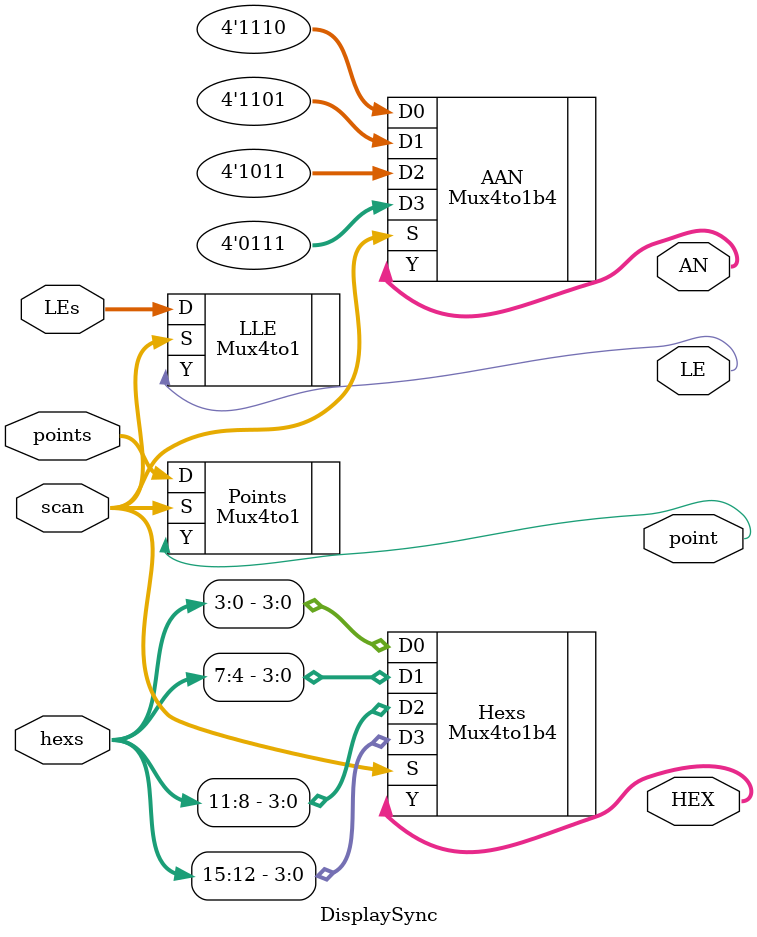
<source format=v>

module DisplaySync(
    input [ 1:0] scan,//这一个数信号来选择，是让结果输出哪一位
    input [15:0] hexs,//用于记录需要表示的16进制数字。四位一个记录，选择一位就可以
    input [ 3:0] points,
    input [ 3:0] LEs,
    output[ 3:0] HEX,
    output[ 3:0] AN,//这一位信号确定需要亮哪哪一位数字！！！
    output       point,
    output       LE
);

Mux4to1b4 Hexs(
    .S(scan),
    .Y(HEX),
    .D0(hexs[3:0]),
    .D1(hexs[7:4]),
    .D2(hexs[11:8]),
    .D3(hexs[15:12])

);
Mux4to1 Points(
    .S(scan),
    .Y(point),
    .D(points)
);

Mux4to1 LLE(
    .S(scan),
    .Y(LE),
    .D(LEs)
);
Mux4to1b4 AAN(      //选择对应的数码位亮起来
    .S(scan),
    .Y(AN),
    .D0(4'b1110),
    .D1(4'b1101),
    .D2(4'b1011),
    .D3(4'b0111)  
);


endmodule
</source>
